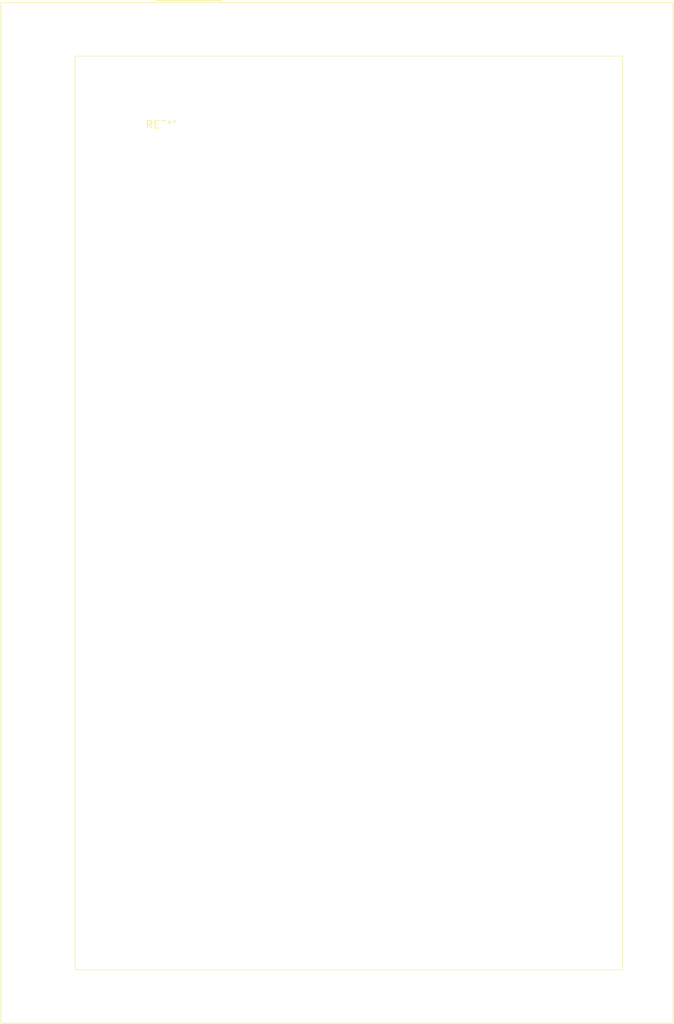
<source format=kicad_pcb>
(kicad_pcb (version 20240108) (generator pcbnew)
  (layers (0 "F.Cu" signal) (31 "B.Cu" signal) (34 "B.Paste" user) (35 "F.Paste" user) (36 "B.SilkS" user "B.Silkscreen") (37 "F.SilkS" user "F.Silkscreen") (38 "B.Mask" user) (39 "F.Mask" user) (44 "Edge.Cuts" user))
  (net 0 "")
  (footprint "EA_eDIPTFT70-XXX" (layer "F.Cu") (at 0 0)
    (property "Reference" "REF**")
    (property "Value" "EA_eDIPTFT70-XXX")
    (fp_line (start -26.88 -20.35) (end 85.36 -20.35) (layer "F.SilkS") (stroke (width 0.12)))
    (fp_line (start -26.88 149.89) (end -26.88 -20.35) (layer "F.SilkS") (stroke (width 0.12)))
    (fp_line (start -14.51 -11.43) (end -14.51 140.97) (layer "F.SilkS") (stroke (width 0.1)))
    (fp_line (start -14.51 140.97) (end 76.93 140.97) (layer "F.SilkS") (stroke (width 0.1)))
    (fp_line (start -1 -20.73) (end 10 -20.73) (layer "F.SilkS") (stroke (width 0.12)))
    (fp_line (start 76.93 -11.43) (end -14.51 -11.43) (layer "F.SilkS") (stroke (width 0.1)))
    (fp_line (start 76.93 140.97) (end 76.93 -11.43) (layer "F.SilkS") (stroke (width 0.1)))
    (fp_line (start 85.36 -20.35) (end 85.36 149.89) (layer "F.SilkS") (stroke (width 0.12)))
    (fp_line (start 85.36 149.89) (end -26.88 149.89) (layer "F.SilkS") (stroke (width 0.12)))
    (pad "1" thru_hole rect (at 0 0) (size 1.5 1.5) (drill 1) (layers *.Cu *.Mask) (remove_unused_layers))
    (pad "2" thru_hole circle (at 2.54 0) (size 1.5 1.5) (drill 1) (layers *.Cu *.Mask) (remove_unused_layers))
    (pad "3" thru_hole circle (at 5.08 0) (size 1.5 1.5) (drill 1) (layers *.Cu *.Mask) (remove_unused_layers))
    (pad "4" thru_hole circle (at 7.62 0) (size 1.5 1.5) (drill 1) (layers *.Cu *.Mask) (remove_unused_layers))
    (pad "5" thru_hole circle (at 10.16 0) (size 1.5 1.5) (drill 1) (layers *.Cu *.Mask) (remove_unused_layers))
    (pad "6" thru_hole circle (at 12.7 0) (size 1.5 1.5) (drill 1) (layers *.Cu *.Mask) (remove_unused_layers))
    (pad "7" thru_hole circle (at 15.24 0) (size 1.5 1.5) (drill 1) (layers *.Cu *.Mask) (remove_unused_layers))
    (pad "8" thru_hole circle (at 17.78 0) (size 1.5 1.5) (drill 1) (layers *.Cu *.Mask) (remove_unused_layers))
    (pad "9" thru_hole circle (at 20.32 0) (size 1.5 1.5) (drill 1) (layers *.Cu *.Mask) (remove_unused_layers))
    (pad "10" thru_hole circle (at 22.86 0) (size 1.5 1.5) (drill 1) (layers *.Cu *.Mask) (remove_unused_layers))
    (pad "11" thru_hole circle (at 25.4 0) (size 1.5 1.5) (drill 1) (layers *.Cu *.Mask) (remove_unused_layers))
    (pad "12" thru_hole circle (at 27.94 0) (size 1.5 1.5) (drill 1) (layers *.Cu *.Mask) (remove_unused_layers))
    (pad "13" thru_hole circle (at 30.48 0) (size 1.5 1.5) (drill 1) (layers *.Cu *.Mask) (remove_unused_layers))
    (pad "14" thru_hole circle (at 33.02 0) (size 1.5 1.5) (drill 1) (layers *.Cu *.Mask) (remove_unused_layers))
    (pad "15" thru_hole circle (at 35.56 0) (size 1.5 1.5) (drill 1) (layers *.Cu *.Mask) (remove_unused_layers))
    (pad "16" thru_hole circle (at 38.1 0) (size 1.5 1.5) (drill 1) (layers *.Cu *.Mask) (remove_unused_layers))
    (pad "17" thru_hole circle (at 40.64 0) (size 1.5 1.5) (drill 1) (layers *.Cu *.Mask) (remove_unused_layers))
    (pad "18" thru_hole circle (at 43.18 0) (size 1.5 1.5) (drill 1) (layers *.Cu *.Mask) (remove_unused_layers))
    (pad "19" thru_hole circle (at 45.72 0) (size 1.5 1.5) (drill 1) (layers *.Cu *.Mask) (remove_unused_layers))
    (pad "20" thru_hole circle (at 48.26 0) (size 1.5 1.5) (drill 1) (layers *.Cu *.Mask) (remove_unused_layers))
    (pad "21" thru_hole circle (at 50.8 0) (size 1.5 1.5) (drill 1) (layers *.Cu *.Mask) (remove_unused_layers))
    (pad "22" thru_hole circle (at 53.34 0) (size 1.5 1.5) (drill 1) (layers *.Cu *.Mask) (remove_unused_layers))
    (pad "23" thru_hole circle (at 55.88 0) (size 1.5 1.5) (drill 1) (layers *.Cu *.Mask) (remove_unused_layers))
    (pad "24" thru_hole circle (at 58.42 0) (size 1.5 1.5) (drill 1) (layers *.Cu *.Mask) (remove_unused_layers))
    (pad "25" thru_hole circle (at 58.42 129.54) (size 1.5 1.5) (drill 1) (layers *.Cu *.Mask) (remove_unused_layers))
    (pad "26" thru_hole circle (at 55.88 129.54) (size 1.5 1.5) (drill 1) (layers *.Cu *.Mask) (remove_unused_layers))
    (pad "27" thru_hole circle (at 53.34 129.54) (size 1.5 1.5) (drill 1) (layers *.Cu *.Mask) (remove_unused_layers))
    (pad "28" thru_hole circle (at 50.8 129.54) (size 1.5 1.5) (drill 1) (layers *.Cu *.Mask) (remove_unused_layers))
    (pad "29" thru_hole circle (at 48.26 129.54) (size 1.5 1.5) (drill 1) (layers *.Cu *.Mask) (remove_unused_layers))
    (pad "30" thru_hole circle (at 45.72 129.54) (size 1.5 1.5) (drill 1) (layers *.Cu *.Mask) (remove_unused_layers))
    (pad "31" thru_hole circle (at 43.18 129.54) (size 1.5 1.5) (drill 1) (layers *.Cu *.Mask) (remove_unused_layers))
    (pad "32" thru_hole circle (at 40.64 129.54) (size 1.5 1.5) (drill 1) (layers *.Cu *.Mask) (remove_unused_layers))
    (pad "33" thru_hole circle (at 38.1 129.54) (size 1.5 1.5) (drill 1) (layers *.Cu *.Mask) (remove_unused_layers))
    (pad "34" thru_hole circle (at 35.56 129.54) (size 1.5 1.5) (drill 1) (layers *.Cu *.Mask) (remove_unused_layers))
    (pad "35" thru_hole circle (at 33.02 129.54) (size 1.5 1.5) (drill 1) (layers *.Cu *.Mask) (remove_unused_layers))
    (pad "36" thru_hole circle (at 30.48 129.54) (size 1.5 1.5) (drill 1) (layers *.Cu *.Mask) (remove_unused_layers))
    (pad "37" thru_hole circle (at 27.94 129.54) (size 1.5 1.5) (drill 1) (layers *.Cu *.Mask) (remove_unused_layers))
    (pad "38" thru_hole circle (at 25.4 129.54) (size 1.5 1.5) (drill 1) (layers *.Cu *.Mask) (remove_unused_layers))
    (pad "39" thru_hole circle (at 22.86 129.54) (size 1.5 1.5) (drill 1) (layers *.Cu *.Mask) (remove_unused_layers))
    (pad "40" thru_hole circle (at 20.32 129.54) (size 1.5 1.5) (drill 1) (layers *.Cu *.Mask) (remove_unused_layers))
    (pad "41" thru_hole circle (at 17.78 129.54) (size 1.5 1.5) (drill 1) (layers *.Cu *.Mask) (remove_unused_layers))
    (pad "42" thru_hole circle (at 15.24 129.54) (size 1.5 1.5) (drill 1) (layers *.Cu *.Mask) (remove_unused_layers))
    (pad "43" thru_hole circle (at 12.7 129.54) (size 1.5 1.5) (drill 1) (layers *.Cu *.Mask) (remove_unused_layers))
    (pad "44" thru_hole circle (at 10.16 129.54) (size 1.5 1.5) (drill 1) (layers *.Cu *.Mask) (remove_unused_layers))
    (pad "45" thru_hole circle (at 7.62 129.54) (size 1.5 1.5) (drill 1) (layers *.Cu *.Mask) (remove_unused_layers))
    (pad "46" thru_hole circle (at 5.08 129.54) (size 1.5 1.5) (drill 1) (layers *.Cu *.Mask) (remove_unused_layers))
    (pad "47" thru_hole circle (at 2.54 129.54) (size 1.5 1.5) (drill 1) (layers *.Cu *.Mask) (remove_unused_layers))
    (pad "48" thru_hole circle (at 0 129.54) (size 1.5 1.5) (drill 1) (layers *.Cu *.Mask) (remove_unused_layers))
  )
)
</source>
